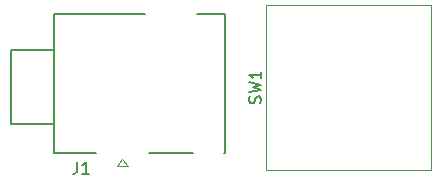
<source format=gto>
G04 #@! TF.GenerationSoftware,KiCad,Pcbnew,(5.0.2)-1*
G04 #@! TF.CreationDate,2019-03-01T20:36:07+00:00*
G04 #@! TF.ProjectId,CherrySwitch,43686572-7279-4537-9769-7463682e6b69,rev?*
G04 #@! TF.SameCoordinates,Original*
G04 #@! TF.FileFunction,Legend,Top*
G04 #@! TF.FilePolarity,Positive*
%FSLAX46Y46*%
G04 Gerber Fmt 4.6, Leading zero omitted, Abs format (unit mm)*
G04 Created by KiCad (PCBNEW (5.0.2)-1) date 01/03/2019 20:36:07*
%MOMM*%
%LPD*%
G01*
G04 APERTURE LIST*
%ADD10C,0.120000*%
%ADD11C,0.150000*%
G04 APERTURE END LIST*
D10*
G04 #@! TO.C,J1*
X127393001Y-74943001D02*
X126893001Y-74393001D01*
X126393001Y-74943001D02*
X127393001Y-74943001D01*
X126893001Y-74393001D02*
X126393001Y-74943001D01*
D11*
X121093001Y-62093001D02*
X128843001Y-62093001D01*
X133193001Y-62093001D02*
X135593001Y-62093001D01*
X135593001Y-62093001D02*
X135593001Y-73893001D01*
X135593001Y-73893001D02*
X135493001Y-73893001D01*
X132893001Y-73893001D02*
X129143001Y-73893001D01*
X124643001Y-73893001D02*
X121093001Y-73893001D01*
X121093001Y-73893001D02*
X121093001Y-62093001D01*
X121093001Y-65193001D02*
X117493001Y-65193001D01*
X117493001Y-65193001D02*
X117493001Y-71393001D01*
X117493001Y-71393001D02*
X121093001Y-71393001D01*
D10*
G04 #@! TO.C,SW1*
X139065000Y-75311000D02*
X139065000Y-61341000D01*
X139065000Y-61341000D02*
X153035000Y-61341000D01*
X153035000Y-61341000D02*
X153035000Y-75311000D01*
X153035000Y-75311000D02*
X139065000Y-75311000D01*
G04 #@! TO.C,*
D11*
G04 #@! TO.C,J1*
X123059667Y-74645381D02*
X123059667Y-75359667D01*
X123012048Y-75502524D01*
X122916810Y-75597762D01*
X122773953Y-75645381D01*
X122678715Y-75645381D01*
X124059667Y-75645381D02*
X123488239Y-75645381D01*
X123773953Y-75645381D02*
X123773953Y-74645381D01*
X123678715Y-74788239D01*
X123583477Y-74883477D01*
X123488239Y-74931096D01*
G04 #@! TO.C,SW1*
X138580761Y-69659333D02*
X138628380Y-69516476D01*
X138628380Y-69278380D01*
X138580761Y-69183142D01*
X138533142Y-69135523D01*
X138437904Y-69087904D01*
X138342666Y-69087904D01*
X138247428Y-69135523D01*
X138199809Y-69183142D01*
X138152190Y-69278380D01*
X138104571Y-69468857D01*
X138056952Y-69564095D01*
X138009333Y-69611714D01*
X137914095Y-69659333D01*
X137818857Y-69659333D01*
X137723619Y-69611714D01*
X137676000Y-69564095D01*
X137628380Y-69468857D01*
X137628380Y-69230761D01*
X137676000Y-69087904D01*
X137628380Y-68754571D02*
X138628380Y-68516476D01*
X137914095Y-68326000D01*
X138628380Y-68135523D01*
X137628380Y-67897428D01*
X138628380Y-66992666D02*
X138628380Y-67564095D01*
X138628380Y-67278380D02*
X137628380Y-67278380D01*
X137771238Y-67373619D01*
X137866476Y-67468857D01*
X137914095Y-67564095D01*
G04 #@! TO.C,*
G04 #@! TD*
M02*

</source>
